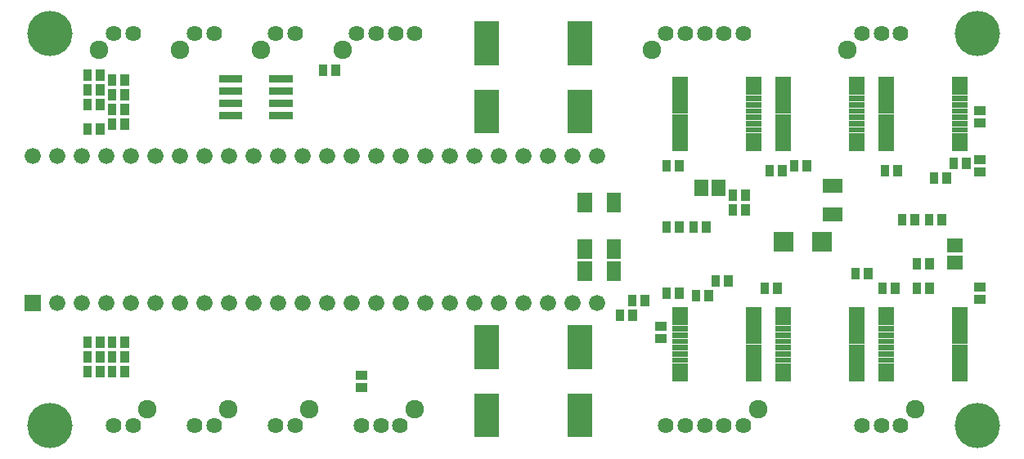
<source format=gbr>
G04 start of page 8 for group -4063 idx -4063 *
G04 Title: board, componentmask *
G04 Creator: pcb 20140316 *
G04 CreationDate: Mon 25 Sep 2017 03:50:36 AM GMT UTC *
G04 For: brian *
G04 Format: Gerber/RS-274X *
G04 PCB-Dimensions (mil): 6000.00 5000.00 *
G04 PCB-Coordinate-Origin: lower left *
%MOIN*%
%FSLAX25Y25*%
%LNTOPMASK*%
%ADD124R,0.0218X0.0218*%
%ADD123R,0.0639X0.0639*%
%ADD122R,0.0300X0.0300*%
%ADD121R,0.0572X0.0572*%
%ADD120R,0.0355X0.0355*%
%ADD119R,0.0987X0.0987*%
%ADD118C,0.0660*%
%ADD117C,0.0001*%
%ADD116C,0.0757*%
%ADD115C,0.1850*%
%ADD114C,0.0640*%
G54D114*X468126Y150000D03*
X476000D03*
X483874D03*
G54D115*X515000D03*
G54D116*X489780Y156693D03*
G54D114*X483874Y310000D03*
X476000D03*
X468126D03*
G54D116*X462220Y303307D03*
G54D114*X404000Y150000D03*
X411874D03*
X419748D03*
G54D116*X425654Y156693D03*
G54D114*X419748Y310000D03*
X411874D03*
X404000D03*
G54D115*X515000D03*
G54D114*X396126D03*
X388252D03*
G54D116*X382346Y303307D03*
G54D114*X264126Y150000D03*
X272000D03*
X279874D03*
G54D116*X285780Y156693D03*
G54D114*X388252Y150000D03*
X396126D03*
G54D115*X137000D03*
G54D114*X163063D03*
X170937D03*
G54D116*X176843Y156693D03*
G54D114*X229063Y150000D03*
X196063D03*
X203937D03*
G54D116*X209843Y156693D03*
G54D114*X236937Y150000D03*
G54D116*X242843Y156693D03*
G54D117*G36*
X126700Y203300D02*Y196700D01*
X133300D01*
Y203300D01*
X126700D01*
G37*
G54D118*X140000Y200000D03*
X150000D03*
X160000D03*
X170000D03*
X180000D03*
X190000D03*
X200000D03*
X210000D03*
X220000D03*
X230000D03*
X240000D03*
X250000D03*
X260000D03*
X270000D03*
X280000D03*
X290000D03*
X300000D03*
X310000D03*
X320000D03*
X330000D03*
X340000D03*
X350000D03*
X360000D03*
Y260000D03*
X350000D03*
X340000D03*
X330000D03*
X320000D03*
X310000D03*
X300000D03*
X290000D03*
X280000D03*
X270000D03*
X260000D03*
X250000D03*
X240000D03*
X230000D03*
X220000D03*
X210000D03*
X200000D03*
X190000D03*
X180000D03*
X170000D03*
X160000D03*
X150000D03*
X140000D03*
X130000D03*
G54D115*X137000Y310000D03*
G54D114*X163063D03*
G54D116*X157157Y303307D03*
G54D114*X236937Y310000D03*
X229063D03*
G54D116*X223157Y303307D03*
G54D114*X203937Y310000D03*
X196063D03*
G54D116*X190157Y303307D03*
G54D114*X170937Y310000D03*
X285811D03*
X277937D03*
X270063D03*
X262189D03*
G54D116*X256283Y303307D03*
G54D119*X315000Y185913D02*Y178039D01*
Y157961D02*Y150087D01*
G54D120*X263508Y170559D02*X264492D01*
X263508Y165441D02*X264492D01*
G54D121*X355095Y242181D02*Y239819D01*
X366905Y242181D02*Y239819D01*
G54D119*X353000Y185913D02*Y178039D01*
Y157961D02*Y150087D01*
Y281961D02*Y274087D01*
Y309913D02*Y302039D01*
X315000Y281961D02*Y274087D01*
Y309913D02*Y302039D01*
G54D120*X157559Y271492D02*Y270508D01*
X152441Y271492D02*Y270508D01*
X167559Y285492D02*Y284508D01*
Y291492D02*Y290508D01*
X157559Y287492D02*Y286508D01*
X162441Y285492D02*Y284508D01*
X157559Y281492D02*Y280508D01*
X152441Y281492D02*Y280508D01*
X162441Y279492D02*Y278508D01*
Y273492D02*Y272508D01*
X167559Y279492D02*Y278508D01*
Y273492D02*Y272508D01*
X152441Y287492D02*Y286508D01*
X157559Y293492D02*Y292508D01*
X152441Y293492D02*Y292508D01*
X162441Y291492D02*Y290508D01*
G54D122*X207500Y291500D02*X214000D01*
X207500Y286500D02*X214000D01*
X207500Y281500D02*X214000D01*
X207500Y276500D02*X214000D01*
X228000D02*X234500D01*
X228000Y281500D02*X234500D01*
X228000Y286500D02*X234500D01*
X228000Y291500D02*X234500D01*
G54D120*X253559Y295492D02*Y294508D01*
X248441Y295492D02*Y294508D01*
G54D123*X436000Y288969D02*Y280386D01*
Y273614D02*Y265031D01*
G54D124*X421894Y270602D02*X426106D01*
X421894Y273161D02*X426106D01*
X421894Y275720D02*X426106D01*
G54D123*X424000Y265937D02*Y265033D01*
Y288967D02*Y288063D01*
G54D124*X421894Y278280D02*X426106D01*
X421894Y280839D02*X426106D01*
X421894Y283398D02*X426106D01*
G54D123*X394000Y288969D02*Y280386D01*
Y273614D02*Y265031D01*
G54D120*X162441Y172492D02*Y171508D01*
Y178492D02*Y177508D01*
Y184492D02*Y183508D01*
X167559Y172492D02*Y171508D01*
Y178492D02*Y177508D01*
Y184492D02*Y183508D01*
X157559Y172492D02*Y171508D01*
X152441Y172492D02*Y171508D01*
X157559Y178492D02*Y177508D01*
X152441Y178492D02*Y177508D01*
X157559Y184492D02*Y183508D01*
X152441Y184492D02*Y183508D01*
G54D123*X466000Y179614D02*Y171031D01*
Y194969D02*Y186386D01*
G54D117*G36*
X447900Y228950D02*Y221050D01*
X455800D01*
Y228950D01*
X447900D01*
G37*
G54D121*X454819Y236095D02*X457181D01*
G54D120*X470559Y212492D02*Y211508D01*
X465441Y212492D02*Y211508D01*
G54D121*X454819Y247905D02*X457181D01*
G54D124*X475894Y189398D02*X480106D01*
X475894Y186839D02*X480106D01*
X475894Y184280D02*X480106D01*
G54D123*X478000Y194967D02*Y194063D01*
G54D120*X476441Y206492D02*Y205508D01*
X481559Y206492D02*Y205508D01*
G54D124*X475894Y181720D02*X480106D01*
X475894Y179161D02*X480106D01*
X475894Y176602D02*X480106D01*
G54D123*X478000Y171937D02*Y171033D01*
G54D120*X490441Y206492D02*Y205508D01*
Y216492D02*Y215508D01*
X484441Y234492D02*Y233508D01*
X489559Y234492D02*Y233508D01*
G54D123*X508000Y179614D02*Y171031D01*
Y194969D02*Y186386D01*
G54D120*X515508Y206559D02*X516492D01*
X515508Y201441D02*X516492D01*
G54D121*X505607Y216457D02*X506393D01*
X505607Y223543D02*X506393D01*
G54D120*X495559Y206492D02*Y205508D01*
Y216492D02*Y215508D01*
X495441Y234492D02*Y233508D01*
X477441Y254492D02*Y253508D01*
X482559Y254492D02*Y253508D01*
G54D123*X478000Y273614D02*Y265031D01*
G54D124*X463894Y270602D02*X468106D01*
G54D123*X466000Y265937D02*Y265033D01*
G54D120*X515508Y273441D02*X516492D01*
X515508Y278559D02*X516492D01*
G54D124*X505894Y270602D02*X510106D01*
X505894Y273161D02*X510106D01*
X505894Y275720D02*X510106D01*
X505894Y278280D02*X510106D01*
X505894Y280839D02*X510106D01*
X505894Y283398D02*X510106D01*
G54D123*X508000Y288967D02*Y288063D01*
G54D120*X497441Y251492D02*Y250508D01*
X510559Y257492D02*Y256508D01*
X505441Y257492D02*Y256508D01*
G54D123*X508000Y265937D02*Y265033D01*
G54D120*X502559Y251492D02*Y250508D01*
X500559Y234492D02*Y233508D01*
X515508Y253441D02*X516492D01*
X515508Y258559D02*X516492D01*
G54D124*X463894Y273161D02*X468106D01*
X463894Y275720D02*X468106D01*
X463894Y278280D02*X468106D01*
X463894Y280839D02*X468106D01*
X463894Y283398D02*X468106D01*
G54D123*X466000Y288967D02*Y288063D01*
X478000Y288969D02*Y280386D01*
G54D121*X355095Y223181D02*Y220819D01*
X366905Y223181D02*Y220819D01*
X355095Y214181D02*Y211819D01*
X366905Y214181D02*Y211819D01*
G54D120*X369441Y195492D02*Y194508D01*
X374441Y201492D02*Y200508D01*
X379559Y201492D02*Y200508D01*
X374559Y195492D02*Y194508D01*
X400441Y203492D02*Y202508D01*
X405559Y203492D02*Y202508D01*
X415441Y244492D02*Y243508D01*
X413559Y209492D02*Y208508D01*
X408441Y209492D02*Y208508D01*
X415441Y238492D02*Y237508D01*
X420559Y244492D02*Y243508D01*
Y238492D02*Y237508D01*
X435559Y254492D02*Y253508D01*
X430441Y254492D02*Y253508D01*
X440441Y256492D02*Y255508D01*
X445559Y256492D02*Y255508D01*
G54D117*G36*
X432200Y228950D02*Y221050D01*
X440100D01*
Y228950D01*
X432200D01*
G37*
G54D121*X409543Y247393D02*Y246607D01*
X402457Y247393D02*Y246607D01*
G54D120*X393559Y256492D02*Y255508D01*
X388441Y256492D02*Y255508D01*
X393559Y231492D02*Y230508D01*
X388441Y231492D02*Y230508D01*
X404559Y231492D02*Y230508D01*
X399441Y231492D02*Y230508D01*
X385508Y185441D02*X386492D01*
X385508Y190559D02*X386492D01*
G54D124*X391894Y184280D02*X396106D01*
X391894Y181720D02*X396106D01*
X391894Y179161D02*X396106D01*
X391894Y176602D02*X396106D01*
G54D123*X394000Y171937D02*Y171033D01*
G54D124*X433894Y189398D02*X438106D01*
G54D123*X436000Y194967D02*Y194063D01*
G54D124*X433894Y186839D02*X438106D01*
X433894Y184280D02*X438106D01*
X433894Y181720D02*X438106D01*
X433894Y179161D02*X438106D01*
X433894Y176602D02*X438106D01*
G54D123*X436000Y171937D02*Y171033D01*
X424000Y179614D02*Y171031D01*
G54D124*X391894Y189398D02*X396106D01*
X391894Y186839D02*X396106D01*
G54D123*X394000Y194967D02*Y194063D01*
G54D120*X393559Y204492D02*Y203508D01*
X388441Y204492D02*Y203508D01*
X433559Y206492D02*Y205508D01*
X428441Y206492D02*Y205508D01*
G54D123*X424000Y194969D02*Y186386D01*
M02*

</source>
